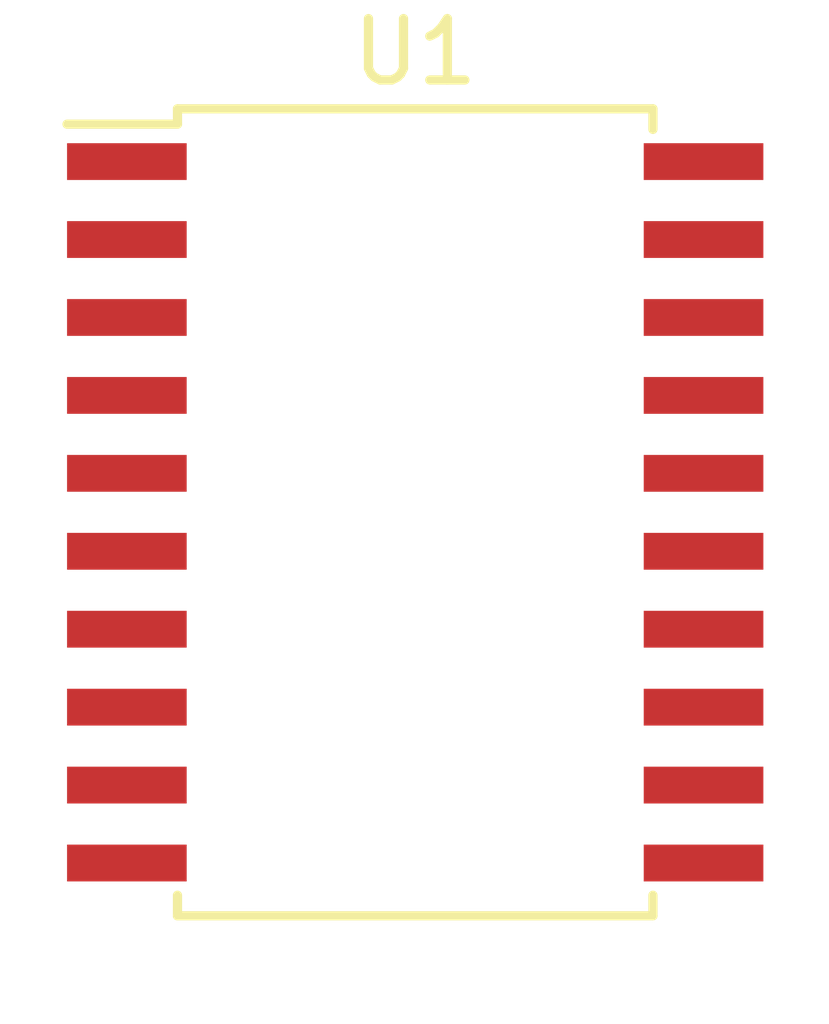
<source format=kicad_pcb>
(kicad_pcb (version 20171130) (host pcbnew "(5.1.0)-1")

  (general
    (thickness 1.6)
    (drawings 0)
    (tracks 0)
    (zones 0)
    (modules 1)
    (nets 21)
  )

  (page A4)
  (layers
    (0 F.Cu signal)
    (31 B.Cu signal)
    (32 B.Adhes user)
    (33 F.Adhes user)
    (34 B.Paste user)
    (35 F.Paste user)
    (36 B.SilkS user)
    (37 F.SilkS user)
    (38 B.Mask user)
    (39 F.Mask user)
    (40 Dwgs.User user)
    (41 Cmts.User user)
    (42 Eco1.User user)
    (43 Eco2.User user)
    (44 Edge.Cuts user)
    (45 Margin user)
    (46 B.CrtYd user)
    (47 F.CrtYd user)
    (48 B.Fab user)
    (49 F.Fab user)
  )

  (setup
    (last_trace_width 0.25)
    (trace_clearance 0.2)
    (zone_clearance 0.508)
    (zone_45_only no)
    (trace_min 0.2)
    (via_size 0.8)
    (via_drill 0.4)
    (via_min_size 0.4)
    (via_min_drill 0.3)
    (uvia_size 0.3)
    (uvia_drill 0.1)
    (uvias_allowed no)
    (uvia_min_size 0.2)
    (uvia_min_drill 0.1)
    (edge_width 0.05)
    (segment_width 0.2)
    (pcb_text_width 0.3)
    (pcb_text_size 1.5 1.5)
    (mod_edge_width 0.12)
    (mod_text_size 1 1)
    (mod_text_width 0.15)
    (pad_size 1.524 1.524)
    (pad_drill 0.762)
    (pad_to_mask_clearance 0.051)
    (solder_mask_min_width 0.25)
    (aux_axis_origin 0 0)
    (visible_elements FFFFFF7F)
    (pcbplotparams
      (layerselection 0x010fc_ffffffff)
      (usegerberextensions false)
      (usegerberattributes false)
      (usegerberadvancedattributes false)
      (creategerberjobfile false)
      (excludeedgelayer true)
      (linewidth 0.100000)
      (plotframeref false)
      (viasonmask false)
      (mode 1)
      (useauxorigin false)
      (hpglpennumber 1)
      (hpglpenspeed 20)
      (hpglpendiameter 15.000000)
      (psnegative false)
      (psa4output false)
      (plotreference true)
      (plotvalue true)
      (plotinvisibletext false)
      (padsonsilk false)
      (subtractmaskfromsilk false)
      (outputformat 1)
      (mirror false)
      (drillshape 1)
      (scaleselection 1)
      (outputdirectory ""))
  )

  (net 0 "")
  (net 1 "Net-(U1-Pad20)")
  (net 2 "Net-(U1-Pad19)")
  (net 3 "Net-(U1-Pad18)")
  (net 4 "Net-(U1-Pad17)")
  (net 5 "Net-(U1-Pad16)")
  (net 6 "Net-(U1-Pad15)")
  (net 7 "Net-(U1-Pad14)")
  (net 8 "Net-(U1-Pad13)")
  (net 9 "Net-(U1-Pad12)")
  (net 10 "Net-(U1-Pad11)")
  (net 11 "Net-(U1-Pad10)")
  (net 12 "Net-(U1-Pad9)")
  (net 13 "Net-(U1-Pad8)")
  (net 14 "Net-(U1-Pad7)")
  (net 15 "Net-(U1-Pad6)")
  (net 16 "Net-(U1-Pad5)")
  (net 17 "Net-(U1-Pad4)")
  (net 18 "Net-(U1-Pad3)")
  (net 19 "Net-(U1-Pad2)")
  (net 20 "Net-(U1-Pad1)")

  (net_class Default "This is the default net class."
    (clearance 0.2)
    (trace_width 0.25)
    (via_dia 0.8)
    (via_drill 0.4)
    (uvia_dia 0.3)
    (uvia_drill 0.1)
    (add_net "Net-(U1-Pad1)")
    (add_net "Net-(U1-Pad10)")
    (add_net "Net-(U1-Pad11)")
    (add_net "Net-(U1-Pad12)")
    (add_net "Net-(U1-Pad13)")
    (add_net "Net-(U1-Pad14)")
    (add_net "Net-(U1-Pad15)")
    (add_net "Net-(U1-Pad16)")
    (add_net "Net-(U1-Pad17)")
    (add_net "Net-(U1-Pad18)")
    (add_net "Net-(U1-Pad19)")
    (add_net "Net-(U1-Pad2)")
    (add_net "Net-(U1-Pad20)")
    (add_net "Net-(U1-Pad3)")
    (add_net "Net-(U1-Pad4)")
    (add_net "Net-(U1-Pad5)")
    (add_net "Net-(U1-Pad6)")
    (add_net "Net-(U1-Pad7)")
    (add_net "Net-(U1-Pad8)")
    (add_net "Net-(U1-Pad9)")
  )

  (module Package_SO:SOIC-20W_7.5x12.8mm_P1.27mm (layer F.Cu) (tedit 5A02F2D3) (tstamp 5CEBAC65)
    (at 154.2288 104.8512)
    (descr "20-Lead Plastic Small Outline (SO) - Wide, 7.50 mm Body [SOIC] (see Microchip Packaging Specification 00000049BS.pdf)")
    (tags "SOIC 1.27")
    (path /5CEBAACE)
    (attr smd)
    (fp_text reference U1 (at 0 -7.5) (layer F.SilkS)
      (effects (font (size 1 1) (thickness 0.15)))
    )
    (fp_text value ATtiny2313-20SU (at 0 7.5) (layer F.Fab)
      (effects (font (size 1 1) (thickness 0.15)))
    )
    (fp_line (start -3.875 -6.325) (end -5.675 -6.325) (layer F.SilkS) (width 0.15))
    (fp_line (start -3.875 6.575) (end 3.875 6.575) (layer F.SilkS) (width 0.15))
    (fp_line (start -3.875 -6.575) (end 3.875 -6.575) (layer F.SilkS) (width 0.15))
    (fp_line (start -3.875 6.575) (end -3.875 6.24) (layer F.SilkS) (width 0.15))
    (fp_line (start 3.875 6.575) (end 3.875 6.24) (layer F.SilkS) (width 0.15))
    (fp_line (start 3.875 -6.575) (end 3.875 -6.24) (layer F.SilkS) (width 0.15))
    (fp_line (start -3.875 -6.575) (end -3.875 -6.325) (layer F.SilkS) (width 0.15))
    (fp_line (start -5.95 6.75) (end 5.95 6.75) (layer F.CrtYd) (width 0.05))
    (fp_line (start -5.95 -6.75) (end 5.95 -6.75) (layer F.CrtYd) (width 0.05))
    (fp_line (start 5.95 -6.75) (end 5.95 6.75) (layer F.CrtYd) (width 0.05))
    (fp_line (start -5.95 -6.75) (end -5.95 6.75) (layer F.CrtYd) (width 0.05))
    (fp_line (start -3.75 -5.4) (end -2.75 -6.4) (layer F.Fab) (width 0.15))
    (fp_line (start -3.75 6.4) (end -3.75 -5.4) (layer F.Fab) (width 0.15))
    (fp_line (start 3.75 6.4) (end -3.75 6.4) (layer F.Fab) (width 0.15))
    (fp_line (start 3.75 -6.4) (end 3.75 6.4) (layer F.Fab) (width 0.15))
    (fp_line (start -2.75 -6.4) (end 3.75 -6.4) (layer F.Fab) (width 0.15))
    (fp_text user %R (at 0 0) (layer F.Fab)
      (effects (font (size 1 1) (thickness 0.15)))
    )
    (pad 20 smd rect (at 4.7 -5.715) (size 1.95 0.6) (layers F.Cu F.Paste F.Mask)
      (net 1 "Net-(U1-Pad20)"))
    (pad 19 smd rect (at 4.7 -4.445) (size 1.95 0.6) (layers F.Cu F.Paste F.Mask)
      (net 2 "Net-(U1-Pad19)"))
    (pad 18 smd rect (at 4.7 -3.175) (size 1.95 0.6) (layers F.Cu F.Paste F.Mask)
      (net 3 "Net-(U1-Pad18)"))
    (pad 17 smd rect (at 4.7 -1.905) (size 1.95 0.6) (layers F.Cu F.Paste F.Mask)
      (net 4 "Net-(U1-Pad17)"))
    (pad 16 smd rect (at 4.7 -0.635) (size 1.95 0.6) (layers F.Cu F.Paste F.Mask)
      (net 5 "Net-(U1-Pad16)"))
    (pad 15 smd rect (at 4.7 0.635) (size 1.95 0.6) (layers F.Cu F.Paste F.Mask)
      (net 6 "Net-(U1-Pad15)"))
    (pad 14 smd rect (at 4.7 1.905) (size 1.95 0.6) (layers F.Cu F.Paste F.Mask)
      (net 7 "Net-(U1-Pad14)"))
    (pad 13 smd rect (at 4.7 3.175) (size 1.95 0.6) (layers F.Cu F.Paste F.Mask)
      (net 8 "Net-(U1-Pad13)"))
    (pad 12 smd rect (at 4.7 4.445) (size 1.95 0.6) (layers F.Cu F.Paste F.Mask)
      (net 9 "Net-(U1-Pad12)"))
    (pad 11 smd rect (at 4.7 5.715) (size 1.95 0.6) (layers F.Cu F.Paste F.Mask)
      (net 10 "Net-(U1-Pad11)"))
    (pad 10 smd rect (at -4.7 5.715) (size 1.95 0.6) (layers F.Cu F.Paste F.Mask)
      (net 11 "Net-(U1-Pad10)"))
    (pad 9 smd rect (at -4.7 4.445) (size 1.95 0.6) (layers F.Cu F.Paste F.Mask)
      (net 12 "Net-(U1-Pad9)"))
    (pad 8 smd rect (at -4.7 3.175) (size 1.95 0.6) (layers F.Cu F.Paste F.Mask)
      (net 13 "Net-(U1-Pad8)"))
    (pad 7 smd rect (at -4.7 1.905) (size 1.95 0.6) (layers F.Cu F.Paste F.Mask)
      (net 14 "Net-(U1-Pad7)"))
    (pad 6 smd rect (at -4.7 0.635) (size 1.95 0.6) (layers F.Cu F.Paste F.Mask)
      (net 15 "Net-(U1-Pad6)"))
    (pad 5 smd rect (at -4.7 -0.635) (size 1.95 0.6) (layers F.Cu F.Paste F.Mask)
      (net 16 "Net-(U1-Pad5)"))
    (pad 4 smd rect (at -4.7 -1.905) (size 1.95 0.6) (layers F.Cu F.Paste F.Mask)
      (net 17 "Net-(U1-Pad4)"))
    (pad 3 smd rect (at -4.7 -3.175) (size 1.95 0.6) (layers F.Cu F.Paste F.Mask)
      (net 18 "Net-(U1-Pad3)"))
    (pad 2 smd rect (at -4.7 -4.445) (size 1.95 0.6) (layers F.Cu F.Paste F.Mask)
      (net 19 "Net-(U1-Pad2)"))
    (pad 1 smd rect (at -4.7 -5.715) (size 1.95 0.6) (layers F.Cu F.Paste F.Mask)
      (net 20 "Net-(U1-Pad1)"))
    (model ${KISYS3DMOD}/Package_SO.3dshapes/SOIC-20W_7.5x12.8mm_P1.27mm.wrl
      (at (xyz 0 0 0))
      (scale (xyz 1 1 1))
      (rotate (xyz 0 0 0))
    )
  )

)

</source>
